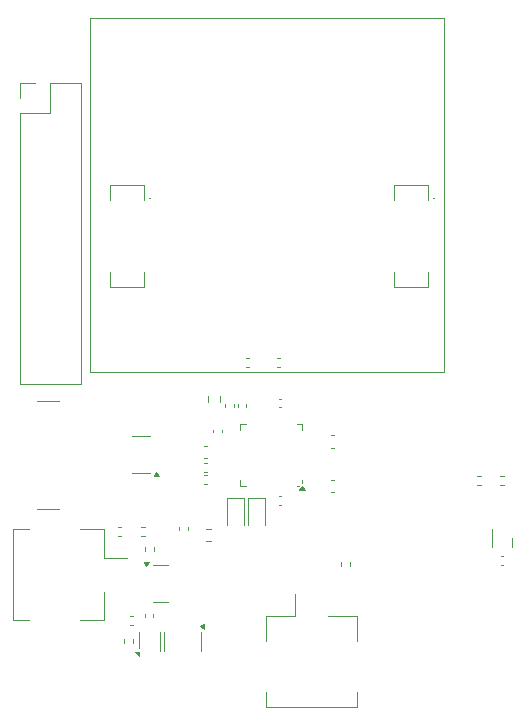
<source format=gbr>
%TF.GenerationSoftware,KiCad,Pcbnew,8.0.9-8.0.9-0~ubuntu24.04.1*%
%TF.CreationDate,2025-04-21T09:58:39+02:00*%
%TF.ProjectId,Sensor_Node_Base_V1.0,53656e73-6f72-45f4-9e6f-64655f426173,rev?*%
%TF.SameCoordinates,Original*%
%TF.FileFunction,Legend,Top*%
%TF.FilePolarity,Positive*%
%FSLAX46Y46*%
G04 Gerber Fmt 4.6, Leading zero omitted, Abs format (unit mm)*
G04 Created by KiCad (PCBNEW 8.0.9-8.0.9-0~ubuntu24.04.1) date 2025-04-21 09:58:39*
%MOMM*%
%LPD*%
G01*
G04 APERTURE LIST*
%ADD10C,0.120000*%
%ADD11C,0.100000*%
%ADD12C,0.050000*%
G04 APERTURE END LIST*
D10*
%TO.C,IC302*%
X146290000Y-118945000D02*
X146290000Y-119180000D01*
X146290000Y-114200000D02*
X146290000Y-114675000D01*
X145815000Y-119420000D02*
X145990000Y-119420000D01*
X145815000Y-114200000D02*
X146290000Y-114200000D01*
X141545000Y-119420000D02*
X141070000Y-119420000D01*
X141545000Y-114200000D02*
X141070000Y-114200000D01*
X141070000Y-119420000D02*
X141070000Y-118945000D01*
X141070000Y-114200000D02*
X141070000Y-114675000D01*
X146530000Y-119750000D02*
X146050000Y-119750000D01*
X146290000Y-119420000D01*
X146530000Y-119750000D01*
G36*
X146530000Y-119750000D02*
G01*
X146050000Y-119750000D01*
X146290000Y-119420000D01*
X146530000Y-119750000D01*
G37*
%TO.C,J201*%
X122370000Y-85280000D02*
X123700000Y-85280000D01*
X122370000Y-86610000D02*
X122370000Y-85280000D01*
X122370000Y-87880000D02*
X122370000Y-110800000D01*
X122370000Y-87880000D02*
X124970000Y-87880000D01*
X122370000Y-110800000D02*
X127570000Y-110800000D01*
X124970000Y-85280000D02*
X127570000Y-85280000D01*
X124970000Y-87880000D02*
X124970000Y-85280000D01*
X127570000Y-85280000D02*
X127570000Y-110800000D01*
%TO.C,CON102*%
X143220000Y-130420000D02*
X145670000Y-130420000D01*
X143220000Y-132520000D02*
X143220000Y-130420000D01*
X143220000Y-136840000D02*
X143220000Y-138140000D01*
X143220000Y-138140000D02*
X150940000Y-138140000D01*
X145670000Y-130420000D02*
X145670000Y-128530000D01*
X150940000Y-130420000D02*
X148490000Y-130420000D01*
X150940000Y-132520000D02*
X150940000Y-130420000D01*
X150940000Y-138140000D02*
X150940000Y-136840000D01*
%TO.C,R207*%
X163363641Y-119380000D02*
X163056359Y-119380000D01*
X163363641Y-118620000D02*
X163056359Y-118620000D01*
%TO.C,R301*%
X133710000Y-124606359D02*
X133710000Y-124913641D01*
X132950000Y-124606359D02*
X132950000Y-124913641D01*
%TO.C,C306*%
X138245580Y-117070000D02*
X137964420Y-117070000D01*
X138245580Y-116050000D02*
X137964420Y-116050000D01*
%TO.C,R302*%
X131970000Y-132376359D02*
X131970000Y-132683641D01*
X131210000Y-132376359D02*
X131210000Y-132683641D01*
%TO.C,R210*%
X132953641Y-123640000D02*
X132646359Y-123640000D01*
X132953641Y-122880000D02*
X132646359Y-122880000D01*
%TO.C,D101*%
X132650000Y-118322500D02*
X133450000Y-118322500D01*
X132650000Y-118322500D02*
X131850000Y-118322500D01*
X132650000Y-115202500D02*
X133450000Y-115202500D01*
X132650000Y-115202500D02*
X131850000Y-115202500D01*
X134190000Y-118602500D02*
X133710000Y-118602500D01*
X133950000Y-118272500D01*
X134190000Y-118602500D01*
G36*
X134190000Y-118602500D02*
G01*
X133710000Y-118602500D01*
X133950000Y-118272500D01*
X134190000Y-118602500D01*
G37*
%TO.C,R208*%
X141526359Y-108620000D02*
X141833641Y-108620000D01*
X141526359Y-109380000D02*
X141833641Y-109380000D01*
%TO.C,C303*%
X138770000Y-114867836D02*
X138770000Y-114652164D01*
X139490000Y-114867836D02*
X139490000Y-114652164D01*
%TO.C,R205*%
X149610000Y-126173641D02*
X149610000Y-125866359D01*
X150370000Y-126173641D02*
X150370000Y-125866359D01*
%TO.C,R305*%
X140820000Y-112773641D02*
X140820000Y-112466359D01*
X141580000Y-112773641D02*
X141580000Y-112466359D01*
%TO.C,R304*%
X139770000Y-112773641D02*
X139770000Y-112466359D01*
X140530000Y-112773641D02*
X140530000Y-112466359D01*
%TO.C,C305*%
X148714420Y-118950000D02*
X148995580Y-118950000D01*
X148714420Y-119970000D02*
X148995580Y-119970000D01*
%TO.C,R202*%
X135905000Y-123193641D02*
X135905000Y-122886359D01*
X136665000Y-123193641D02*
X136665000Y-122886359D01*
%TO.C,C304*%
X144302164Y-112060000D02*
X144517836Y-112060000D01*
X144302164Y-112780000D02*
X144517836Y-112780000D01*
%TO.C,R206*%
X144433641Y-109360000D02*
X144126359Y-109360000D01*
X144433641Y-108600000D02*
X144126359Y-108600000D01*
%TO.C,CON103*%
X129550000Y-123090000D02*
X129550000Y-125540000D01*
X127450000Y-123090000D02*
X129550000Y-123090000D01*
X123130000Y-123090000D02*
X121830000Y-123090000D01*
X121830000Y-123090000D02*
X121830000Y-130810000D01*
X129550000Y-125540000D02*
X131440000Y-125540000D01*
X129550000Y-130810000D02*
X129550000Y-128360000D01*
X127450000Y-130810000D02*
X129550000Y-130810000D01*
X121830000Y-130810000D02*
X123130000Y-130810000D01*
%TO.C,D301*%
X143165000Y-120437500D02*
X141695000Y-120437500D01*
X141695000Y-120437500D02*
X141695000Y-122722500D01*
X143165000Y-122722500D02*
X143165000Y-120437500D01*
%TO.C,C301*%
X132980000Y-130507836D02*
X132980000Y-130292164D01*
X133700000Y-130507836D02*
X133700000Y-130292164D01*
%TO.C,C309*%
X138197836Y-119220000D02*
X137982164Y-119220000D01*
X138197836Y-118500000D02*
X137982164Y-118500000D01*
%TO.C,C302*%
X138197836Y-118220000D02*
X137982164Y-118220000D01*
X138197836Y-117500000D02*
X137982164Y-117500000D01*
%TO.C,C221*%
X163092164Y-125390000D02*
X163307836Y-125390000D01*
X163092164Y-126110000D02*
X163307836Y-126110000D01*
%TO.C,D302*%
X141395000Y-120437500D02*
X139925000Y-120437500D01*
X139925000Y-120437500D02*
X139925000Y-122722500D01*
X141395000Y-122722500D02*
X141395000Y-120437500D01*
%TO.C,CON101*%
X125675000Y-112200000D02*
X123845000Y-112190000D01*
X123845000Y-121360000D02*
X125675000Y-121360000D01*
%TO.C,R204*%
X161106359Y-118620000D02*
X161413641Y-118620000D01*
X161106359Y-119380000D02*
X161413641Y-119380000D01*
%TO.C,R211*%
X130993641Y-123650000D02*
X130686359Y-123650000D01*
X130993641Y-122890000D02*
X130686359Y-122890000D01*
%TO.C,R201*%
X138587258Y-124072500D02*
X138112742Y-124072500D01*
X138587258Y-123027500D02*
X138112742Y-123027500D01*
%TO.C,IC301*%
X134240000Y-133385000D02*
X134240000Y-131815000D01*
X132440000Y-133180000D02*
X132440000Y-131820000D01*
X132440000Y-133780000D02*
X132160000Y-133500000D01*
X132440000Y-133500000D01*
X132440000Y-133780000D01*
G36*
X132440000Y-133780000D02*
G01*
X132160000Y-133500000D01*
X132440000Y-133500000D01*
X132440000Y-133780000D01*
G37*
%TO.C,T301*%
X134272500Y-126128000D02*
X133622500Y-126128000D01*
X134272500Y-126128000D02*
X134922500Y-126128000D01*
X134272500Y-129248000D02*
X133622500Y-129248000D01*
X134272500Y-129248000D02*
X134922500Y-129248000D01*
X133110000Y-126178000D02*
X132870000Y-125848000D01*
X133350000Y-125848000D01*
X133110000Y-126178000D01*
G36*
X133110000Y-126178000D02*
G01*
X132870000Y-125848000D01*
X133350000Y-125848000D01*
X133110000Y-126178000D01*
G37*
%TO.C,IC202*%
X164060000Y-123850000D02*
X164060000Y-124600000D01*
X162340000Y-123100000D02*
X162340000Y-124600000D01*
%TO.C,C308*%
X148714420Y-115150000D02*
X148995580Y-115150000D01*
X148714420Y-116170000D02*
X148995580Y-116170000D01*
%TO.C,C307*%
X144302164Y-120300000D02*
X144517836Y-120300000D01*
X144302164Y-121020000D02*
X144517836Y-121020000D01*
D11*
%TO.C,M201*%
X130050000Y-95170000D02*
X130050000Y-93970000D01*
X130050000Y-101350000D02*
X130050000Y-102570000D01*
X130170000Y-93970000D02*
X130050000Y-93970000D01*
X130170000Y-102570000D02*
X130050000Y-102570000D01*
X130170000Y-102570000D02*
X132810000Y-102570000D01*
X132810000Y-93970000D02*
X130170000Y-93970000D01*
X132810000Y-93970000D02*
X132930000Y-93970000D01*
X132810000Y-102570000D02*
X132930000Y-102570000D01*
X132930000Y-95170000D02*
X132930000Y-93970000D01*
X132930000Y-101350000D02*
X132930000Y-102570000D01*
X154050000Y-95170000D02*
X154050000Y-93970000D01*
X154050000Y-101350000D02*
X154050000Y-102570000D01*
X154170000Y-93970000D02*
X154050000Y-93970000D01*
X154170000Y-102570000D02*
X154050000Y-102570000D01*
X154170000Y-102570000D02*
X156810000Y-102570000D01*
X156810000Y-93970000D02*
X154170000Y-93970000D01*
X156810000Y-93970000D02*
X156930000Y-93970000D01*
X156810000Y-102570000D02*
X156930000Y-102570000D01*
X156930000Y-95170000D02*
X156930000Y-93970000D01*
X156930000Y-101350000D02*
X156930000Y-102570000D01*
D12*
X128290000Y-79770000D02*
X158290000Y-79770000D01*
X158290000Y-109770000D01*
X128290000Y-109770000D01*
X128290000Y-79770000D01*
D10*
X133490000Y-95110000D02*
G75*
G02*
X133370000Y-95110000I-60000J0D01*
G01*
X133370000Y-95110000D02*
G75*
G02*
X133490000Y-95110000I60000J0D01*
G01*
X157490000Y-95110000D02*
G75*
G02*
X157370000Y-95110000I-60000J0D01*
G01*
X157370000Y-95110000D02*
G75*
G02*
X157490000Y-95110000I60000J0D01*
G01*
%TO.C,R306*%
X138327500Y-112307258D02*
X138327500Y-111832742D01*
X139372500Y-112307258D02*
X139372500Y-111832742D01*
%TO.C,T302*%
X137700000Y-132612500D02*
X137700000Y-131812500D01*
X137700000Y-132612500D02*
X137700000Y-133412500D01*
X134580000Y-132612500D02*
X134580000Y-131812500D01*
X134580000Y-132612500D02*
X134580000Y-133412500D01*
X137980000Y-131552500D02*
X137650000Y-131312500D01*
X137980000Y-131072500D01*
X137980000Y-131552500D01*
G36*
X137980000Y-131552500D02*
G01*
X137650000Y-131312500D01*
X137980000Y-131072500D01*
X137980000Y-131552500D01*
G37*
%TO.C,R303*%
X131686359Y-130470000D02*
X131993641Y-130470000D01*
X131686359Y-131230000D02*
X131993641Y-131230000D01*
%TD*%
M02*

</source>
